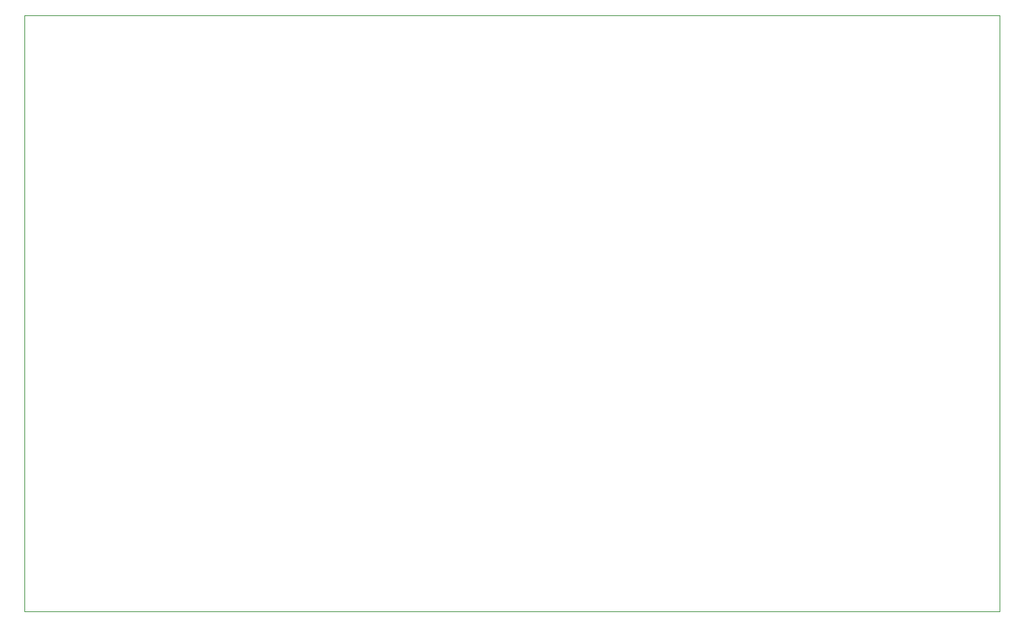
<source format=gko>
G04*
G04 #@! TF.GenerationSoftware,Altium Limited,Altium Designer,20.0.2 (26)*
G04*
G04 Layer_Color=16711935*
%FSLAX43Y43*%
%MOMM*%
G71*
G01*
G75*
%ADD44C,0.013*%
D44*
X0Y0D02*
Y72390D01*
X118364D01*
X0Y0D02*
X118364D01*
X118364Y72390D02*
X118364Y0D01*
M02*

</source>
